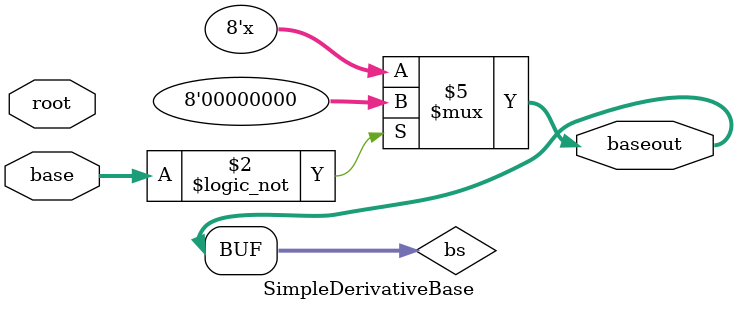
<source format=v>
`timescale 1ns / 1ps
module SimpleDerivativeBase(
    input [3:0] base,
    input [3:0] root,
    output [7:0] baseout
    );
	 
	 reg [7:0] bs;

	
	always @(bs)begin 
		
	
		bs [3:0] = base;
		
		
		if(base == 4'b0)begin
			bs = 8'b0000;
		end

		else begin 	
			bs = bs*root;
		end
	end
	
	assign baseout [7:0] = bs;

	
	
endmodule

</source>
